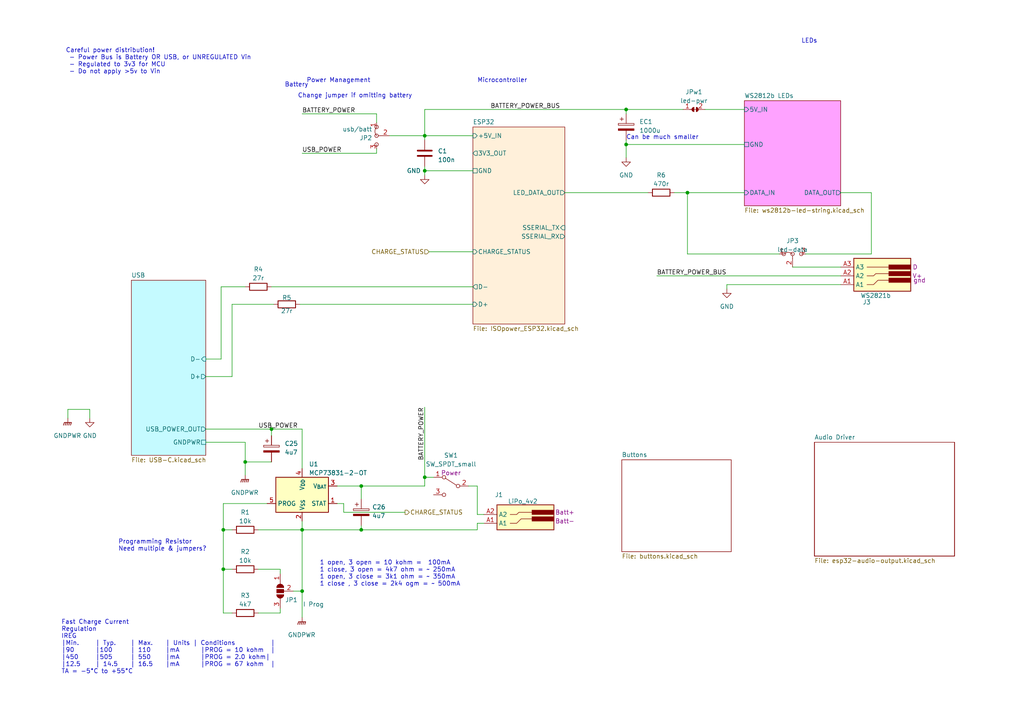
<source format=kicad_sch>
(kicad_sch (version 20230121) (generator eeschema)
  (paper "A4")
  (lib_symbols
    (symbol "000-edge-connectors-immo:2-pin-edge-touch" (in_bom no)
      (property "Reference" "J2" (at -6.35 7.62 0))
      (property "Value" "2-pin-edge-touch" (at 1.27 5.08 0))
      (property "PIN1" "1" (at 8.636 0 0))
      (property "PIN2" "2" (at 8.636 -2.032 0))
      (symbol "2-pin-edge-touch_0_1"
        (rectangle (start -8.89 3.175) (end 7.62 -4.064) (stroke (width 0.254)) (fill (type background)))
        (polyline (pts (xy -5.08 -1.27) (xy -3.175 -1.27) (xy -2.54 -1.905) (xy 1.27 -1.905)))
        (polyline (pts (xy -5.08 1.27) (xy -3.175 1.27) (xy -1.905 0) (xy 1.27 0)))
        (rectangle (start 1.27 -1.27) (end 7.62 -2.54) (fill (type color) (color 132 0 0 1)))
        (rectangle (start 1.27 0.635) (end 7.62 -0.635) (fill (type color) (color 132 0 0 1)))
      )
      (symbol "2-pin-edge-touch_1_1"
        (pin passive line (at -12.7 1.27 0) (length 3.81) (name "A1") (number "A1"))
        (pin passive line (at -12.7 -1.27 0) (length 3.81) (name "A2") (number "A2"))
      )
    )
    (symbol "000-edge-connectors-immo:3-pin-edge-touch" (in_bom no)
      (property "Reference" "J2" (at 1.905 8.89 0))
      (property "Value" "3-pin-edge-touch" (at 1.905 6.35 0))
      (property "PIN1" "1" (at 5.08 1.27 0))
      (property "PIN2" "2" (at 4.8952 -0.6961 0))
      (property "PIN3" "3" (at 5.08 -2.54 0))
      (symbol "3-pin-edge-touch_0_1"
        (rectangle (start -12.7 4.445) (end 3.81 -5.08) (stroke (width 0.254)) (fill (type background)))
        (rectangle (start -2.54 -1.905) (end 3.81 -3.175) (fill (type color) (color 132 0 0 1)))
        (rectangle (start -2.54 0) (end 3.81 -1.27) (fill (type color) (color 132 0 0 1)))
        (rectangle (start -2.54 1.905) (end 3.81 0.635) (fill (type color) (color 132 0 0 1)))
        (polyline (pts (xy -8.89 -2.54) (xy -2.54 -2.54)))
        (polyline (pts (xy -8.89 0) (xy -6.985 0) (xy -6.35 -0.635) (xy -2.54 -0.635)))
        (polyline (pts (xy -8.89 2.54) (xy -6.985 2.54) (xy -5.715 1.27) (xy -2.54 1.27)))
      )
      (symbol "3-pin-edge-touch_1_1"
        (pin passive line (at -16.51 2.54 0) (length 3.81) (name "A1") (number "A1"))
        (pin passive line (at -16.51 0 0) (length 3.81) (name "A2") (number "A2"))
        (pin passive line (at -16.51 -2.54 0) (length 3.81) (name "A3") (number "A3"))
      )
    )
    (symbol "000_Capacitor_Electrolytic_Immo:1000uF" (pin_numbers hide) (pin_names (offset 0.254))
      (property "Reference" "EC" (at 0.635 2.54 0))
      (property "Value" "1000uF" (at 0.635 -2.54 0))
      (symbol "1000uF_0_1"
        (rectangle (start -2.286 0.508) (end 2.286 1.016))
        (polyline (pts (xy -1.778 2.286) (xy -0.762 2.286)))
        (polyline (pts (xy -1.27 2.794) (xy -1.27 1.778)))
        (rectangle (start 2.286 -0.508) (end -2.286 -1.016) (fill (type outline)))
      )
      (symbol "1000uF_1_1"
        (pin passive line (at 0 3.81 270) (length 2.794) (name "~") (number "1"))
        (pin passive line (at 0 -3.81 90) (length 2.794) (name "~") (number "2"))
      )
    )
    (symbol "000_Capacitor_Film_Immo:100n" (pin_numbers hide) (pin_names (offset 0.254))
      (property "Reference" "C" (at 0.635 2.54 0))
      (property "Value" "100n" (at 0.635 -2.54 0))
      (symbol "100n_0_1"
        (polyline (pts (xy -2.032 -0.762) (xy 2.032 -0.762)) (stroke (width 0.508)))
        (polyline (pts (xy -2.032 0.762) (xy 2.032 0.762)) (stroke (width 0.508)))
      )
      (symbol "100n_1_1"
        (pin passive line (at 0 3.81 270) (length 2.794) (name "~") (number "1"))
        (pin passive line (at 0 -3.81 90) (length 2.794) (name "~") (number "2"))
      )
    )
    (symbol "000_Capacitor_Film_Immo:4u7_tantalum" (pin_numbers hide) (pin_names (offset 0.254))
      (property "Reference" "C" (at 0.635 2.54 0))
      (property "Value" "4u7_tantalum" (at 0.635 -2.54 0))
      (symbol "4u7_tantalum_0_1"
        (rectangle (start -2.286 -0.508) (end 2.286 -1.016) (fill (type outline)))
        (rectangle (start -2.286 0.508) (end 2.286 1.016))
        (polyline (pts (xy -1.778 2.286) (xy -0.762 2.286)))
        (polyline (pts (xy -1.27 2.794) (xy -1.27 1.778)))
      )
      (symbol "4u7_tantalum_1_1"
        (pin passive line (at 0 3.81 270) (length 2.794) (name "~") (number "1"))
        (pin passive line (at 0 -3.81 90) (length 2.794) (name "~") (number "2"))
      )
    )
    (symbol "000_Connectors_Immo:Jumper_2_Bridge_Small" (pin_names (offset 0) hide)
      (property "Reference" "JP" (at 0 2.794 0))
      (property "Value" "Jumper_2_Bridge_Small" (at 0 -3.175 0))
      (symbol "Jumper_2_Bridge_Small_0_1"
        (arc (start -0.0042 0.6351) (mid -0.6351 0.0057) (end -0.0155 -0.6349) (fill (type outline)))
        (polyline (pts (xy -1.27 0) (xy 0 0)) (stroke (width 0.09)))
        (polyline (pts (xy 0 0) (xy 0.635 0)))
        (polyline (pts (xy 0 0.635) (xy 0 -0.635)))
        (polyline (pts (xy 0.635 0.635) (xy 0.635 -0.635)))
        (arc (start 0.6392 -0.6351) (mid 1.2701 -0.0057) (end 0.6505 0.6349) (fill (type outline)))
      )
      (symbol "Jumper_2_Bridge_Small_1_1"
        (pin passive line (at -3.175 0 0) (length 2.54) (name "A") (number "1"))
        (pin passive line (at 3.175 0 180) (length 2.54) (name "B") (number "2"))
      )
    )
    (symbol "000_Connectors_Immo:Jumper_3_Bridged12" (pin_names (offset 0) hide)
      (property "Reference" "JP" (at -2.54 -2.54 0))
      (property "Value" "Jumper_3_Bridged12" (at 0 2.794 0))
      (symbol "Jumper_3_Bridged12_0_0"
        (circle (center -2.54 0) (radius 0.508))
        (circle (center 0 0) (radius 0.508))
        (circle (center 2.54 0) (radius 0.508))
      )
      (symbol "Jumper_3_Bridged12_0_1"
        (arc (start 0 -0.0807) (mid -1.27 0.4699) (end -2.54 -0.0807))
        (polyline (pts (xy 0 -1.27) (xy 0 -0.508)))
      )
      (symbol "Jumper_3_Bridged12_1_1"
        (pin passive line (at -3.81 0 0) (length 1.27) (name "A") (number "1"))
        (pin input line (at 0 -3.81 90) (length 2.54) (name "C") (number "2"))
        (pin passive line (at 3.81 0 180) (length 1.27) (name "B") (number "3"))
      )
    )
    (symbol "000_Resistors_Immo:10k" (pin_numbers hide) (pin_names (offset 0))
      (property "Reference" "R?" (at -2.54 3.81 0))
      (property "Value" "10k" (at -5.08 2.54 0))
      (symbol "10k_0_1"
        (rectangle (start 2.54 -1.016) (end -2.54 1.016) (stroke (width 0.254)))
      )
      (symbol "10k_1_1"
        (pin passive line (at -3.81 0 0) (length 1.27) (name "~") (number "1"))
        (pin passive line (at 3.81 0 180) (length 1.27) (name "~") (number "2"))
      )
    )
    (symbol "000_Resistors_Immo:470r" (pin_numbers hide) (pin_names (offset 0))
      (property "Reference" "R?" (at -2.54 3.81 0))
      (property "Value" "470r" (at -5.08 2.54 0))
      (symbol "470r_0_1"
        (rectangle (start 2.54 -1.016) (end -2.54 1.016) (stroke (width 0.254)))
      )
      (symbol "470r_1_1"
        (pin passive line (at -3.81 0 0) (length 1.27) (name "~") (number "1"))
        (pin passive line (at 3.81 0 180) (length 1.27) (name "~") (number "2"))
      )
    )
    (symbol "000_Resistors_Immo:4k7" (pin_numbers hide) (pin_names (offset 0))
      (property "Reference" "R?" (at -2.54 3.81 0))
      (property "Value" "4k7" (at -5.08 2.54 0))
      (symbol "4k7_0_1"
        (rectangle (start 2.54 -1.016) (end -2.54 1.016) (stroke (width 0.254)))
      )
      (symbol "4k7_1_1"
        (pin passive line (at -3.81 0 0) (length 1.27) (name "~") (number "1"))
        (pin passive line (at 3.81 0 180) (length 1.27) (name "~") (number "2"))
      )
    )
    (symbol "000_Resistors_Immo:Resistor_0805" (pin_numbers hide) (pin_names (offset 0))
      (property "Reference" "R?" (at -2.54 3.81 0))
      (property "Value" "Resistor_0805" (at -5.08 2.54 0))
      (symbol "Resistor_0805_0_1"
        (rectangle (start 2.54 -1.016) (end -2.54 1.016) (stroke (width 0.254)))
      )
      (symbol "Resistor_0805_1_1"
        (pin passive line (at -3.81 0 0) (length 1.27) (name "~") (number "1"))
        (pin passive line (at 3.81 0 180) (length 1.27) (name "~") (number "2"))
      )
    )
    (symbol "000_Switches_Immo:SW_SPDT_small" (pin_names (offset 0) hide)
      (property "Reference" "SW" (at 0 4.318 0))
      (property "Value" "SW_SPDT_small" (at 0 -5.08 0))
      (property "NAME" "Power" (at 0 0 0))
      (symbol "SW_SPDT_small_0_0"
        (circle (center -2.032 0) (radius 0.508))
        (circle (center 2.032 -2.54) (radius 0.508))
      )
      (symbol "SW_SPDT_small_0_1"
        (polyline (pts (xy -1.524 0.254) (xy 1.651 2.286)))
        (circle (center 2.032 2.54) (radius 0.508))
      )
      (symbol "SW_SPDT_small_1_1"
        (pin passive line (at 5.08 2.54 180) (length 2.54) (name "A") (number "1"))
        (pin passive line (at -5.08 0 0) (length 2.54) (name "B") (number "2"))
        (pin passive line (at 5.08 -2.54 180) (length 2.54) (name "C") (number "3"))
      )
    )
    (symbol "Battery_Management:MCP73831-2-OT"
      (property "Reference" "U" (at -7.62 6.35 0))
      (property "Value" "MCP73831-2-OT" (at 1.27 6.35 0))
      (symbol "MCP73831-2-OT_0_1"
        (rectangle (start -7.62 5.08) (end 7.62 -5.08) (stroke (width 0.254)) (fill (type background)))
      )
      (symbol "MCP73831-2-OT_1_1"
        (pin output line (at 10.16 -2.54 180) (length 2.54) (name "STAT") (number "1"))
        (pin power_in line (at 0 -7.62 90) (length 2.54) (name "V_{SS}") (number "2"))
        (pin power_out line (at 10.16 2.54 180) (length 2.54) (name "V_{BAT}") (number "3"))
        (pin power_in line (at 0 7.62 270) (length 2.54) (name "V_{DD}") (number "4"))
        (pin input line (at -10.16 -2.54 0) (length 2.54) (name "PROG") (number "5"))
      )
    )
    (symbol "Jumper:SolderJumper_3_Open" (pin_names (offset 0) hide)
      (property "Reference" "JP" (at -2.54 -2.54 0))
      (property "Value" "SolderJumper_3_Open" (at 0 2.794 0))
      (symbol "SolderJumper_3_Open_0_1"
        (arc (start -1.016 1.016) (mid -2.0276 0) (end -1.016 -1.016))
        (arc (start -1.016 1.016) (mid -2.0276 0) (end -1.016 -1.016) (fill (type outline)))
        (rectangle (start -0.508 1.016) (end 0.508 -1.016) (fill (type outline)))
        (polyline (pts (xy -2.54 0) (xy -2.032 0)))
        (polyline (pts (xy -1.016 1.016) (xy -1.016 -1.016)))
        (polyline (pts (xy 0 -1.27) (xy 0 -1.016)))
        (polyline (pts (xy 1.016 1.016) (xy 1.016 -1.016)))
        (polyline (pts (xy 2.54 0) (xy 2.032 0)))
        (arc (start 1.016 -1.016) (mid 2.0276 0) (end 1.016 1.016))
        (arc (start 1.016 -1.016) (mid 2.0276 0) (end 1.016 1.016) (fill (type outline)))
      )
      (symbol "SolderJumper_3_Open_1_1"
        (pin passive line (at -5.08 0 0) (length 2.54) (name "A") (number "1"))
        (pin passive line (at 0 -3.81 90) (length 2.54) (name "C") (number "2"))
        (pin passive line (at 5.08 0 180) (length 2.54) (name "B") (number "3"))
      )
    )
    (symbol "power:GND" (power) (pin_names (offset 0))
      (property "Value" "GND" (at 0 -3.81 0))
      (symbol "GND_0_1"
        (polyline (pts (xy 0 0) (xy 0 -1.27) (xy 1.27 -1.27) (xy 0 -2.54) (xy -1.27 -1.27) (xy 0 -1.27)))
      )
      (symbol "GND_1_1"
        (pin power_in line (at 0 0 270) (length 0) hide (name "GND") (number "1"))
      )
    )
    (symbol "power:GNDPWR" (power) (pin_names (offset 0))
      (property "Value" "GNDPWR" (at 0 -3.302 0))
      (symbol "GNDPWR_0_1"
        (polyline (pts (xy 0 -1.27) (xy 0 0)))
        (polyline (pts (xy -1.016 -1.27) (xy -1.27 -2.032) (xy -1.27 -2.032)) (stroke (width 0.2032)))
        (polyline (pts (xy -0.508 -1.27) (xy -0.762 -2.032) (xy -0.762 -2.032)) (stroke (width 0.2032)))
        (polyline (pts (xy 0 -1.27) (xy -0.254 -2.032) (xy -0.254 -2.032)) (stroke (width 0.2032)))
        (polyline (pts (xy 0.508 -1.27) (xy 0.254 -2.032) (xy 0.254 -2.032)) (stroke (width 0.2032)))
        (polyline (pts (xy 1.016 -1.27) (xy -1.016 -1.27) (xy -1.016 -1.27)) (stroke (width 0.2032)))
        (polyline (pts (xy 1.016 -1.27) (xy 0.762 -2.032) (xy 0.762 -2.032) (xy 0.762 -2.032)) (stroke (width 0.2032)))
      )
      (symbol "GNDPWR_1_1"
        (pin power_in line (at 0 0 270) (length 0) hide (name "GNDPWR") (number "1"))
      )
    )
  )
  (junction (at 199.39 55.88))
  (junction (at 104.775 153.67))
  (junction (at 123.19 49.53))
  (junction (at 123.19 138.43))
  (junction (at 71.12 133.985))
  (junction (at 181.61 31.75))
  (junction (at 64.77 153.67))
  (junction (at 64.77 165.1))
  (junction (at 181.61 41.91))
  (junction (at 104.775 140.97))
  (junction (at 87.63 171.45))
  (junction (at 123.19 39.37))
  (junction (at 78.74 124.46))
  (junction (at 87.63 153.67))
  (wire (pts (xy 140.335 149.225) (xy 138.43 149.225)))
  (wire (pts (xy 67.31 177.8) (xy 64.77 177.8)))
  (wire (pts (xy 26.035 121.285) (xy 26.035 118.745)))
  (wire (pts (xy 123.19 138.43) (xy 123.19 140.97)))
  (wire (pts (xy 59.69 109.22) (xy 67.31 109.22)))
  (wire (pts (xy 87.63 153.67) (xy 104.775 153.67)))
  (wire (pts (xy 252.73 55.88) (xy 243.84 55.88)))
  (wire (pts (xy 123.19 31.75) (xy 181.61 31.75)))
  (wire (pts (xy 181.61 41.91) (xy 181.61 45.72)))
  (wire (pts (xy 64.77 165.1) (xy 67.31 165.1)))
  (wire (pts (xy 124.46 73.025) (xy 137.16 73.025)))
  (wire (pts (xy 104.775 153.67) (xy 138.43 153.67)))
  (wire (pts (xy 109.22 35.56) (xy 109.22 33.02)))
  (wire (pts (xy 138.43 151.765) (xy 138.43 153.67)))
  (wire (pts (xy 99.695 146.05) (xy 97.79 146.05)))
  (wire (pts (xy 181.61 31.75) (xy 181.61 33.02)))
  (wire (pts (xy 199.39 55.88) (xy 199.39 73.66)))
  (wire (pts (xy 81.28 166.37) (xy 81.28 165.1)))
  (wire (pts (xy 71.12 128.27) (xy 59.69 128.27)))
  (wire (pts (xy 117.475 148.59) (xy 99.695 148.59)))
  (wire (pts (xy 85.09 171.45) (xy 87.63 171.45)))
  (wire (pts (xy 113.03 39.37) (xy 123.19 39.37)))
  (wire (pts (xy 78.74 124.46) (xy 78.74 126.365)))
  (wire (pts (xy 123.19 138.43) (xy 125.73 138.43)))
  (wire (pts (xy 104.775 140.97) (xy 123.19 140.97)))
  (wire (pts (xy 123.19 48.26) (xy 123.19 49.53)))
  (wire (pts (xy 123.19 39.37) (xy 123.19 40.64)))
  (wire (pts (xy 64.77 153.67) (xy 67.31 153.67)))
  (wire (pts (xy 71.12 133.985) (xy 71.12 137.795)))
  (wire (pts (xy 199.39 73.66) (xy 226.06 73.66)))
  (wire (pts (xy 99.695 148.59) (xy 99.695 146.05)))
  (wire (pts (xy 252.73 73.66) (xy 252.73 55.88)))
  (wire (pts (xy 87.63 44.45) (xy 109.22 44.45)))
  (wire (pts (xy 74.93 165.1) (xy 81.28 165.1)))
  (wire (pts (xy 109.22 44.45) (xy 109.22 43.18)))
  (wire (pts (xy 123.19 39.37) (xy 137.16 39.37)))
  (wire (pts (xy 199.39 55.88) (xy 215.9 55.88)))
  (wire (pts (xy 190.5 80.01) (xy 243.84 80.01)))
  (wire (pts (xy 87.63 124.46) (xy 87.63 135.89)))
  (wire (pts (xy 71.12 128.27) (xy 71.12 133.985)))
  (wire (pts (xy 204.47 31.75) (xy 215.9 31.75)))
  (wire (pts (xy 215.9 41.91) (xy 181.61 41.91)))
  (wire (pts (xy 64.77 153.67) (xy 64.77 165.1)))
  (wire (pts (xy 19.685 118.745) (xy 26.035 118.745)))
  (wire (pts (xy 19.685 118.745) (xy 19.685 121.285)))
  (wire (pts (xy 64.77 146.05) (xy 64.77 153.67)))
  (wire (pts (xy 210.82 82.55) (xy 210.82 83.82)))
  (wire (pts (xy 59.69 104.14) (xy 64.135 104.14)))
  (wire (pts (xy 71.12 133.985) (xy 78.74 133.985)))
  (wire (pts (xy 87.63 151.13) (xy 87.63 153.67)))
  (wire (pts (xy 138.43 140.97) (xy 138.43 149.225)))
  (wire (pts (xy 104.775 152.4) (xy 104.775 153.67)))
  (wire (pts (xy 104.775 140.97) (xy 104.775 144.78)))
  (wire (pts (xy 64.135 83.185) (xy 71.12 83.185)))
  (wire (pts (xy 195.58 55.88) (xy 199.39 55.88)))
  (wire (pts (xy 67.31 88.265) (xy 79.375 88.265)))
  (wire (pts (xy 87.63 179.07) (xy 87.63 171.45)))
  (wire (pts (xy 86.995 88.265) (xy 137.16 88.265)))
  (wire (pts (xy 64.77 146.05) (xy 77.47 146.05)))
  (wire (pts (xy 78.74 83.185) (xy 137.16 83.185)))
  (wire (pts (xy 78.74 124.46) (xy 87.63 124.46)))
  (wire (pts (xy 123.19 31.75) (xy 123.19 39.37)))
  (wire (pts (xy 123.19 49.53) (xy 137.16 49.53)))
  (wire (pts (xy 210.82 82.55) (xy 243.84 82.55)))
  (wire (pts (xy 140.335 151.765) (xy 138.43 151.765)))
  (wire (pts (xy 87.63 153.67) (xy 87.63 171.45)))
  (wire (pts (xy 67.31 109.22) (xy 67.31 88.265)))
  (wire (pts (xy 233.68 73.66) (xy 252.73 73.66)))
  (wire (pts (xy 59.69 124.46) (xy 78.74 124.46)))
  (wire (pts (xy 64.77 165.1) (xy 64.77 177.8)))
  (wire (pts (xy 229.87 77.47) (xy 243.84 77.47)))
  (wire (pts (xy 163.83 55.88) (xy 187.96 55.88)))
  (wire (pts (xy 81.28 177.8) (xy 74.93 177.8)))
  (wire (pts (xy 181.61 31.75) (xy 198.12 31.75)))
  (wire (pts (xy 81.28 177.8) (xy 81.28 176.53)))
  (wire (pts (xy 123.19 49.53) (xy 123.19 50.8)))
  (wire (pts (xy 135.89 140.97) (xy 138.43 140.97)))
  (wire (pts (xy 64.135 104.14) (xy 64.135 83.185)))
  (wire (pts (xy 97.79 140.97) (xy 104.775 140.97)))
  (wire (pts (xy 123.19 118.11) (xy 123.19 138.43)))
  (wire (pts (xy 181.61 40.64) (xy 181.61 41.91)))
  (wire (pts (xy 109.22 33.02) (xy 87.63 33.02)))
  (wire (pts (xy 74.93 153.67) (xy 87.63 153.67)))
  (text "Fast Charge Current\nRegulation\nIREG\n|Min. 	| Typ. 	| Max. 	| Units | Conditions	|\n|90 	|100	| 110 	|mA 	|PROG = 10 kohm	|\n|450 	|505	| 550	|mA		|PROG = 2.0 kohm|\n|12.5	| 14.5	| 16.5	|mA		|PROG = 67 kohm	|\nTA = -5°C to +55°C" (at 17.78 195.58 0) (effects (font (size 1.27 1.27)) (justify left bottom)))
  (text "LEDs" (at 232.41 12.7 0) (effects (font (size 1.27 1.27)) (justify left bottom)))
  (text "Microcontroller" (at 138.43 24.13 0) (effects (font (size 1.27 1.27)) (justify left bottom)))
  (text "Programming Resistor\nNeed multiple & jumpers?" (at 34.29 160.02 0) (effects (font (size 1.27 1.27)) (justify left bottom)))
  (text "Change jumper if omitting battery" (at 86.36 28.575 0) (effects (font (size 1.27 1.27)) (justify left bottom)))
  (text "Careful power distribution!\n - Power Bus is Battery OR USB, or UNREGULATED Vin\n - Regulated to 3v3 for MCU\n - Do not apply >5v to Vin" (at 19.05 21.59 0) (effects (font (size 1.27 1.27)) (justify left bottom)))
  (text "Can be much smaller" (at 181.61 40.64 0) (effects (font (size 1.27 1.27)) (justify left bottom)))
  (text "Battery" (at 82.55 25.4 0) (effects (font (size 1.27 1.27)) (justify left bottom)))
  (text "1 open, 3 open = 10 kohm =  100mA\n1 close, 3 open = 4k7 ohm = ~ 250mA\n1 open, 3 close = 3k1 ohm = ~ 350mA\n1 close , 3 close = 2k4 ogm = ~ 500mA" (at 92.71 170.18 0) (effects (font (size 1.27 1.27)) (justify left bottom)))
  (text "Power Management" (at 88.9 24.13 0) (effects (font (size 1.27 1.27)) (justify left bottom)))
  (label "BATTERY_POWER" (at 87.63 33.02 0))
  (label "USB_POWER" (at 87.63 44.45 0))
  (label "USB_POWER" (at 74.93 124.46 0))
  (label "BATTERY_POWER" (at 123.19 118.11 270))
  (label "BATTERY_POWER_BUS" (at 190.5 80.01 0))
  (label "BATTERY_POWER_BUS" (at 142.24 31.75 0))
  (hierarchical_label "CHARGE_STATUS" (shape output) (at 117.475 148.59 0))
  (hierarchical_label "CHARGE_STATUS" (shape input) (at 124.46 73.025 180))
  (symbol (lib_id "000_Resistors_Immo:Resistor_0805") (at 74.93 83.185 180) (unit 1)
    (property "Reference" "R4" (at 74.93 78.105 0))
    (property "Value" "27r" (at 74.93 80.645 0))
    (property "Footprint" "Resistor_SMD:R_0805_2012Metric_Pad1.20x1.40mm_HandSolder" (effects hide))
  )
  (symbol (lib_id "000_Capacitor_Electrolytic_Immo:1000uF") (at 181.61 36.83 0) (unit 1)
    (property "Reference" "EC1" (at 185.42 35.306 0) (effects (justify left)))
    (property "Value" "1000u" (at 185.42 37.846 0) (effects (justify left)))
    (property "Footprint" "Capacitor_SMD:CP_Elec_10x10" (effects hide))
    (property "JLCpart" "C134726" (effects hide))
    (property "Cost" "0.1866" (effects hide))
  )
  (symbol (lib_id "power:GND") (at 26.035 121.285 0) (unit 1)
    (property "Reference" "#PWR09" (effects hide))
    (property "Value" "GND" (at 26.035 126.365 0))
  )
  (symbol (lib_id "000_Connectors_Immo:Jumper_3_Bridged12") (at 109.22 39.37 90) (mirror x) (unit 1)
    (property "Reference" "JP2" (at 107.95 40.005 90) (effects (justify left)))
    (property "Value" "usb/batt" (at 107.95 37.465 90) (effects (justify left)))
    (property "Footprint" "Jumper:SolderJumper-3_P1.3mm_Bridged12_RoundedPad1.0x1.5mm" (effects hide))
  )
  (symbol (lib_id "000_Resistors_Immo:470r") (at 191.77 55.88 180) (unit 1)
    (property "Reference" "R6" (at 191.77 50.8 0))
    (property "Value" "470r" (at 191.77 53.34 0))
    (property "Footprint" "Resistor_SMD:R_0805_2012Metric_Pad1.20x1.40mm_HandSolder" (effects hide))
    (property "JLCpart" "C280020" (effects hide))
    (property "Cost" "0.0027" (effects hide))
  )
  (symbol (lib_id "power:GND") (at 123.19 50.8 0) (unit 1)
    (property "Reference" "#PWR03" (effects hide))
    (property "Value" "GND" (at 120.015 49.53 0))
  )
  (symbol (lib_id "power:GND") (at 181.61 45.72 0) (unit 1)
    (property "Reference" "#PWR04" (effects hide))
    (property "Value" "GND" (at 181.61 50.8 0))
  )
  (symbol (lib_id "000_Connectors_Immo:Jumper_2_Bridge_Small") (at 201.295 31.75 0) (unit 1)
    (property "Reference" "JPw1" (at 201.2725 26.67 0))
    (property "Value" "led-pwr" (at 201.2725 29.21 0))
    (property "Footprint" "Jumper:SolderJumper-2_P1.3mm_Bridged_RoundedPad1.0x1.5mm" (effects hide))
  )
  (symbol (lib_id "power:GNDPWR") (at 71.12 137.795 0) (unit 1)
    (property "Reference" "#PWR01" (effects hide))
    (property "Value" "GNDPWR" (at 70.993 142.875 0))
  )
  (symbol (lib_id "000_Switches_Immo:SW_SPDT_small") (at 130.81 140.97 0) (mirror y) (unit 1)
    (property "Reference" "SW1" (at 130.81 132.08 0))
    (property "Value" "SW_SPDT_small" (at 130.81 134.62 0))
    (property "Footprint" "000_Switches_Immo:SW_SPDT_PCM12" (effects hide))
    (property "NAME" "Power" (at 130.81 137.16 0))
    (property "JLCpart" "C221841" (effects hide))
    (property "Cost" "0.4487" (effects hide))
  )
  (symbol (lib_id "Jumper:SolderJumper_3_Open") (at 81.28 171.45 90) (mirror x) (unit 1)
    (property "Reference" "JP1" (at 86.36 173.99 90) (effects (justify left)))
    (property "Value" "I Prog" (at 93.98 175.26 90) (effects (justify left)))
    (property "Footprint" "Jumper:SolderJumper-3_P1.3mm_Open_RoundedPad1.0x1.5mm_NumberLabels" (effects hide))
  )
  (symbol (lib_id "000_Connectors_Immo:Jumper_3_Bridged12") (at 229.87 73.66 0) (unit 1)
    (property "Reference" "JP3" (at 229.87 69.85 0))
    (property "Value" "led-data" (at 229.87 72.39 0))
    (property "Footprint" "Jumper:SolderJumper-3_P1.3mm_Bridged12_RoundedPad1.0x1.5mm" (effects hide))
  )
  (symbol (lib_id "000_Resistors_Immo:10k") (at 71.12 153.67 0) (unit 1)
    (property "Reference" "R1" (at 71.12 148.59 0))
    (property "Value" "10k" (at 71.12 151.13 0))
    (property "Footprint" "Resistor_SMD:R_0805_2012Metric_Pad1.20x1.40mm_HandSolder" (effects hide))
    (property "JLCpart" "C2930231" (effects hide))
    (property "Cost" "0.002" (effects hide))
  )
  (symbol (lib_id "000_Resistors_Immo:10k") (at 71.12 165.1 0) (unit 1)
    (property "Reference" "R2" (at 71.12 160.02 0))
    (property "Value" "10k" (at 71.12 162.56 0))
    (property "Footprint" "Resistor_SMD:R_0805_2012Metric_Pad1.20x1.40mm_HandSolder" (effects hide))
    (property "JLCpart" "C2930231" (effects hide))
    (property "Cost" "0.002" (effects hide))
  )
  (symbol (lib_id "power:GNDPWR") (at 19.685 121.285 0) (unit 1)
    (property "Reference" "#PWR08" (effects hide))
    (property "Value" "GNDPWR" (at 19.558 126.365 0))
  )
  (symbol (lib_id "power:GNDPWR") (at 87.63 179.07 0) (unit 1)
    (property "Reference" "#PWR02" (effects hide))
    (property "Value" "GNDPWR" (at 87.503 184.15 0))
  )
  (symbol (lib_id "000_Capacitor_Film_Immo:100n") (at 123.19 44.45 0) (unit 1)
    (property "Reference" "C1" (at 127 43.815 0) (effects (justify left)))
    (property "Value" "100n" (at 127 46.355 0) (effects (justify left)))
    (property "Footprint" "000_Capacitors_Immo:C_0805_2012_HandSolder_kawaii" (effects hide))
    (property "JLCpart" "C779975" (effects hide))
    (property "Cost" "0.02" (effects hide))
  )
  (symbol (lib_id "000_Resistors_Immo:4k7") (at 71.12 177.8 0) (unit 1)
    (property "Reference" "R3" (at 71.12 172.72 0))
    (property "Value" "4k7" (at 71.12 175.26 0))
    (property "Footprint" "Resistor_SMD:R_0805_2012Metric_Pad1.20x1.40mm_HandSolder" (effects hide))
    (property "JLCpart" "C5140142" (effects hide))
    (property "Cost" "0.002" (effects hide))
  )
  (symbol (lib_id "power:GND") (at 210.82 83.82 0) (unit 1)
    (property "Reference" "#PWR05" (effects hide))
    (property "Value" "GND" (at 210.82 88.9 0))
  )
  (symbol (lib_id "000-edge-connectors-immo:3-pin-edge-touch") (at 260.35 80.01 0) (mirror x) (unit 1)
    (property "Reference" "J3" (at 250.19 87.63 0) (effects (justify left)))
    (property "Value" "WS2821b" (at 249.555 85.725 0) (effects (justify left)))
    (property "Footprint" "000-edge-connectors-immo:3-pin-edge" (effects hide))
    (property "Datasheet" "http://www.ritrontek.com/uploadfile/2016/1026/20161026105231124.pdf#page=63" (effects hide))
    (property "PIN1" "gnd" (at 266.7 81.28 0))
    (property "PIN2" "V+" (at 266.065 80.01 0))
    (property "PIN3" "D" (at 265.43 77.47 0))
  )
  (symbol (lib_id "000_Resistors_Immo:Resistor_0805") (at 83.185 88.265 180) (unit 1)
    (property "Reference" "R5" (at 83.185 86.36 0))
    (property "Value" "27r" (at 83.185 90.17 0))
    (property "Footprint" "Resistor_SMD:R_0805_2012Metric_Pad1.20x1.40mm_HandSolder" (effects hide))
  )
  (symbol (lib_id "000_Capacitor_Film_Immo:4u7_tantalum") (at 78.74 130.175 0) (unit 1)
    (property "Reference" "C25" (at 82.55 128.651 0) (effects (justify left)))
    (property "Value" "4u7" (at 82.55 131.191 0) (effects (justify left)))
    (property "Footprint" "Capacitor_Tantalum_SMD:CP_EIA-2012-12_Kemet-R_Pad1.30x1.05mm_HandSolder" (effects hide))
    (property "JLCpart" "C1954175" (effects hide))
    (property "Cost" "0.0994" (effects hide))
  )
  (symbol (lib_id "Battery_Management:MCP73831-2-OT") (at 87.63 143.51 0) (unit 1)
    (property "Reference" "U1" (at 89.5859 134.62 0) (effects (justify left)))
    (property "Value" "MCP73831-2-OT" (at 89.5859 137.16 0) (effects (justify left)))
    (property "Footprint" "Package_TO_SOT_SMD:SOT-23-5" (effects hide))
    (property "Datasheet" "http://ww1.microchip.com/downloads/en/DeviceDoc/20001984g.pdf" (effects hide))
  )
  (symbol (lib_id "000-edge-connectors-immo:2-pin-edge-touch") (at 153.035 150.495 0) (mirror x) (unit 1)
    (property "Reference" "J1" (at 143.51 143.51 0) (effects (justify left)))
    (property "Value" "LiPo_4v2" (at 147.32 145.415 0) (effects (justify left)))
    (property "Footprint" "000-edge-connectors-immo:2-pin-edge" (effects hide))
    (property "Datasheet" "http://www.ritrontek.com/uploadfile/2016/1026/20161026105231124.pdf#page=63" (effects hide))
    (property "PIN1" "Batt-" (at 163.83 151.13 0))
    (property "PIN2" "Batt+" (at 163.83 148.59 0))
  )
  (symbol (lib_id "000_Capacitor_Film_Immo:4u7_tantalum") (at 104.775 148.59 0) (unit 1)
    (property "Reference" "C26" (at 107.95 147.066 0) (effects (justify left)))
    (property "Value" "4u7" (at 107.95 149.606 0) (effects (justify left)))
    (property "Footprint" "Capacitor_Tantalum_SMD:CP_EIA-2012-12_Kemet-R_Pad1.30x1.05mm_HandSolder" (effects hide))
    (property "JLCpart" "C1954175" (effects hide))
    (property "Cost" "0.0994" (effects hide))
  )
  (sheet (at 236.22 128.27) (size 40.64 33.02) (stroke (width 0.1524))
    (property "Sheetname" "Audio Driver" (at 236.22 127.5584 0) (effects (justify left bottom)))
    (property "Sheetfile" "esp32-audio-output.kicad_sch" (at 236.22 161.8746 0) (effects (justify left top)))
  )
  (sheet (at 215.9 29.21) (size 27.94 30.48) (stroke (width 0.1524)) (fill (color 253 44 255 0.4400))
    (property "Sheetname" "WS2812b LEDs" (at 215.9 28.4984 0) (effects (justify left bottom)))
    (property "Sheetfile" "ws2812b-led-string.kicad_sch" (at 215.9 60.2746 0) (effects (justify left top)))
    (pin "DATA_IN" input (at 215.9 55.88 180))
    (pin "DATA_OUT" output (at 243.84 55.88 0))
    (pin "5V_IN" input (at 215.9 31.75 180))
    (pin "GND" passive (at 215.9 41.91 180))
  )
  (sheet (at 180.34 133.35) (size 31.75 26.67) (stroke (width 0.1524))
    (property "Sheetname" "Buttons" (at 180.34 132.6384 0) (effects (justify left bottom)))
    (property "Sheetfile" "buttons.kicad_sch" (at 180.34 160.6046 0) (effects (justify left top)))
  )
  (sheet (at 38.1 81.28) (size 21.59 50.8) (stroke (width 0.1524)) (fill (color 61 236 255 0.3000))
    (property "Sheetname" "USB" (at 38.1 80.5684 0) (effects (justify left bottom)))
    (property "Sheetfile" "USB-C.kicad_sch" (at 38.1 132.6646 0) (effects (justify left top)))
    (pin "D-" input (at 59.69 104.14 0))
    (pin "D+" output (at 59.69 109.22 0))
    (pin "GNDPWR" passive (at 59.69 128.27 0))
    (pin "USB_POWER_OUT" output (at 59.69 124.46 0))
  )
  (sheet (at 137.16 36.83) (size 26.67 57.15) (stroke (width 0.1524)) (fill (color 255 182 70 0.2000))
    (property "Sheetname" "ESP32" (at 137.16 36.1184 0) (effects (justify left bottom)))
    (property "Sheetfile" "ISOpower_ESP32.kicad_sch" (at 137.16 94.5646 0) (effects (justify left top)))
    (pin "SSERIAL_TX" input (at 163.83 66.04 0))
    (pin "SSERIAL_RX" output (at 163.83 68.58 0))
    (pin "+5V_IN" input (at 137.16 39.37 180))
    (pin "3V3_OUT" output (at 137.16 44.45 180))
    (pin "GND" passive (at 137.16 49.53 180))
    (pin "D-" output (at 137.16 83.185 180))
    (pin "D+" input (at 137.16 88.265 180))
    (pin "LED_DATA_OUT" output (at 163.83 55.88 0))
    (pin "CHARGE_STATUS" input (at 137.16 73.025 180))
  )
)
</source>
